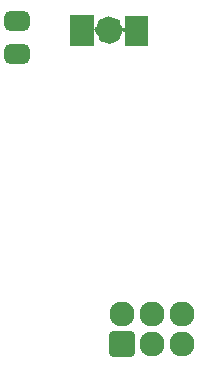
<source format=gbr>
%TF.GenerationSoftware,KiCad,Pcbnew,(6.0.7)*%
%TF.CreationDate,2022-09-06T20:50:32-05:00*%
%TF.ProjectId,Soldering Crew Badge,536f6c64-6572-4696-9e67-204372657720,rev?*%
%TF.SameCoordinates,Original*%
%TF.FileFunction,Soldermask,Bot*%
%TF.FilePolarity,Negative*%
%FSLAX46Y46*%
G04 Gerber Fmt 4.6, Leading zero omitted, Abs format (unit mm)*
G04 Created by KiCad (PCBNEW (6.0.7)) date 2022-09-06 20:50:32*
%MOMM*%
%LPD*%
G01*
G04 APERTURE LIST*
G04 Aperture macros list*
%AMRoundRect*
0 Rectangle with rounded corners*
0 $1 Rounding radius*
0 $2 $3 $4 $5 $6 $7 $8 $9 X,Y pos of 4 corners*
0 Add a 4 corners polygon primitive as box body*
4,1,4,$2,$3,$4,$5,$6,$7,$8,$9,$2,$3,0*
0 Add four circle primitives for the rounded corners*
1,1,$1+$1,$2,$3*
1,1,$1+$1,$4,$5*
1,1,$1+$1,$6,$7*
1,1,$1+$1,$8,$9*
0 Add four rect primitives between the rounded corners*
20,1,$1+$1,$2,$3,$4,$5,0*
20,1,$1+$1,$4,$5,$6,$7,0*
20,1,$1+$1,$6,$7,$8,$9,0*
20,1,$1+$1,$8,$9,$2,$3,0*%
G04 Aperture macros list end*
%ADD10C,1.152495*%
%ADD11C,0.100000*%
%ADD12C,0.010000*%
%ADD13R,1.930400X2.438400*%
%ADD14R,1.955800X2.463800*%
%ADD15O,2.127200X2.127200*%
%ADD16RoundRect,0.200000X-0.863600X0.863600X-0.863600X-0.863600X0.863600X-0.863600X0.863600X0.863600X0*%
%ADD17C,2.127200*%
%ADD18RoundRect,0.450000X-0.625000X0.375000X-0.625000X-0.375000X0.625000X-0.375000X0.625000X0.375000X0*%
G04 APERTURE END LIST*
%TO.C,D1*%
D10*
X152138047Y-98704400D02*
G75*
G03*
X152138047Y-98704400I-576247J0D01*
G01*
G36*
X150241000Y-99949000D02*
G01*
X148259800Y-99949000D01*
X148259800Y-97459800D01*
X150241000Y-97459800D01*
X150241000Y-99949000D01*
G37*
D11*
X150241000Y-99949000D02*
X148259800Y-99949000D01*
X148259800Y-97459800D01*
X150241000Y-97459800D01*
X150241000Y-99949000D01*
G36*
X154813000Y-99923600D02*
G01*
X152882600Y-99923600D01*
X152882600Y-97485200D01*
X154813000Y-97485200D01*
X154813000Y-99923600D01*
G37*
X154813000Y-99923600D02*
X152882600Y-99923600D01*
X152882600Y-97485200D01*
X154813000Y-97485200D01*
X154813000Y-99923600D01*
%TO.C,G\u002A\u002A\u002A*%
G36*
X152333810Y-97810429D02*
G01*
X152351986Y-97819167D01*
X152364344Y-97837209D01*
X152373952Y-97877170D01*
X152381407Y-97944258D01*
X152387304Y-98043680D01*
X152391862Y-98168093D01*
X152401892Y-98498127D01*
X152668934Y-98497453D01*
X152792019Y-98495747D01*
X152879264Y-98490910D01*
X152937090Y-98482279D01*
X152971918Y-98469194D01*
X152977063Y-98465703D01*
X153048713Y-98434482D01*
X153123534Y-98438027D01*
X153191197Y-98470981D01*
X153241374Y-98527987D01*
X153263734Y-98603689D01*
X153264059Y-98614543D01*
X153246041Y-98692267D01*
X153198874Y-98751987D01*
X153132887Y-98788346D01*
X153058409Y-98795987D01*
X152985769Y-98769554D01*
X152977063Y-98763383D01*
X152946372Y-98749243D01*
X152894073Y-98739702D01*
X152813744Y-98734098D01*
X152698964Y-98731770D01*
X152668977Y-98731633D01*
X152401978Y-98730960D01*
X152390991Y-99043168D01*
X152386086Y-99156463D01*
X152380034Y-99256668D01*
X152373484Y-99335195D01*
X152367081Y-99383458D01*
X152364684Y-99392418D01*
X152331717Y-99422152D01*
X152293419Y-99429136D01*
X152247020Y-99426209D01*
X152214227Y-99413773D01*
X152192282Y-99385397D01*
X152178430Y-99334656D01*
X152169916Y-99255121D01*
X152163983Y-99140365D01*
X152163392Y-99125867D01*
X152152809Y-98862997D01*
X151856476Y-99083880D01*
X151706976Y-99194718D01*
X151587081Y-99281703D01*
X151492887Y-99346855D01*
X151420491Y-99392195D01*
X151365991Y-99419742D01*
X151325483Y-99431516D01*
X151295064Y-99429538D01*
X151270833Y-99415826D01*
X151252291Y-99396584D01*
X151240115Y-99365580D01*
X151231448Y-99303922D01*
X151225976Y-99207907D01*
X151223387Y-99073835D01*
X151223241Y-99052625D01*
X151221476Y-98741543D01*
X150940189Y-98735631D01*
X150818334Y-98734071D01*
X150731430Y-98735743D01*
X150672179Y-98741237D01*
X150633281Y-98751142D01*
X150612688Y-98762090D01*
X150536399Y-98793528D01*
X150459103Y-98789795D01*
X150390875Y-98756004D01*
X150341794Y-98697268D01*
X150321937Y-98618700D01*
X150321892Y-98614543D01*
X150339910Y-98536819D01*
X150387077Y-98477099D01*
X150453064Y-98440740D01*
X150527542Y-98433099D01*
X150600182Y-98459533D01*
X150608888Y-98465703D01*
X150638719Y-98479545D01*
X150689477Y-98488983D01*
X150767537Y-98494652D01*
X150879276Y-98497189D01*
X150927223Y-98497453D01*
X151204471Y-98498127D01*
X151219113Y-98188233D01*
X151225727Y-98075117D01*
X151233953Y-97974852D01*
X151242901Y-97896145D01*
X151251682Y-97847702D01*
X151254819Y-97838983D01*
X151293738Y-97805933D01*
X151353337Y-97804951D01*
X151426703Y-97835999D01*
X151433142Y-97839980D01*
X151469942Y-97865130D01*
X151534059Y-97910877D01*
X151618920Y-97972453D01*
X151717952Y-98045087D01*
X151824582Y-98124010D01*
X151824726Y-98124116D01*
X152152809Y-98368057D01*
X152163780Y-98110300D01*
X152169347Y-98008344D01*
X152176412Y-97920830D01*
X152184073Y-97857022D01*
X152191427Y-97826183D01*
X152191488Y-97826085D01*
X152225193Y-97806201D01*
X152279229Y-97800698D01*
X152333810Y-97810429D01*
G37*
D12*
X152333810Y-97810429D02*
X152351986Y-97819167D01*
X152364344Y-97837209D01*
X152373952Y-97877170D01*
X152381407Y-97944258D01*
X152387304Y-98043680D01*
X152391862Y-98168093D01*
X152401892Y-98498127D01*
X152668934Y-98497453D01*
X152792019Y-98495747D01*
X152879264Y-98490910D01*
X152937090Y-98482279D01*
X152971918Y-98469194D01*
X152977063Y-98465703D01*
X153048713Y-98434482D01*
X153123534Y-98438027D01*
X153191197Y-98470981D01*
X153241374Y-98527987D01*
X153263734Y-98603689D01*
X153264059Y-98614543D01*
X153246041Y-98692267D01*
X153198874Y-98751987D01*
X153132887Y-98788346D01*
X153058409Y-98795987D01*
X152985769Y-98769554D01*
X152977063Y-98763383D01*
X152946372Y-98749243D01*
X152894073Y-98739702D01*
X152813744Y-98734098D01*
X152698964Y-98731770D01*
X152668977Y-98731633D01*
X152401978Y-98730960D01*
X152390991Y-99043168D01*
X152386086Y-99156463D01*
X152380034Y-99256668D01*
X152373484Y-99335195D01*
X152367081Y-99383458D01*
X152364684Y-99392418D01*
X152331717Y-99422152D01*
X152293419Y-99429136D01*
X152247020Y-99426209D01*
X152214227Y-99413773D01*
X152192282Y-99385397D01*
X152178430Y-99334656D01*
X152169916Y-99255121D01*
X152163983Y-99140365D01*
X152163392Y-99125867D01*
X152152809Y-98862997D01*
X151856476Y-99083880D01*
X151706976Y-99194718D01*
X151587081Y-99281703D01*
X151492887Y-99346855D01*
X151420491Y-99392195D01*
X151365991Y-99419742D01*
X151325483Y-99431516D01*
X151295064Y-99429538D01*
X151270833Y-99415826D01*
X151252291Y-99396584D01*
X151240115Y-99365580D01*
X151231448Y-99303922D01*
X151225976Y-99207907D01*
X151223387Y-99073835D01*
X151223241Y-99052625D01*
X151221476Y-98741543D01*
X150940189Y-98735631D01*
X150818334Y-98734071D01*
X150731430Y-98735743D01*
X150672179Y-98741237D01*
X150633281Y-98751142D01*
X150612688Y-98762090D01*
X150536399Y-98793528D01*
X150459103Y-98789795D01*
X150390875Y-98756004D01*
X150341794Y-98697268D01*
X150321937Y-98618700D01*
X150321892Y-98614543D01*
X150339910Y-98536819D01*
X150387077Y-98477099D01*
X150453064Y-98440740D01*
X150527542Y-98433099D01*
X150600182Y-98459533D01*
X150608888Y-98465703D01*
X150638719Y-98479545D01*
X150689477Y-98488983D01*
X150767537Y-98494652D01*
X150879276Y-98497189D01*
X150927223Y-98497453D01*
X151204471Y-98498127D01*
X151219113Y-98188233D01*
X151225727Y-98075117D01*
X151233953Y-97974852D01*
X151242901Y-97896145D01*
X151251682Y-97847702D01*
X151254819Y-97838983D01*
X151293738Y-97805933D01*
X151353337Y-97804951D01*
X151426703Y-97835999D01*
X151433142Y-97839980D01*
X151469942Y-97865130D01*
X151534059Y-97910877D01*
X151618920Y-97972453D01*
X151717952Y-98045087D01*
X151824582Y-98124010D01*
X151824726Y-98124116D01*
X152152809Y-98368057D01*
X152163780Y-98110300D01*
X152169347Y-98008344D01*
X152176412Y-97920830D01*
X152184073Y-97857022D01*
X152191427Y-97826183D01*
X152191488Y-97826085D01*
X152225193Y-97806201D01*
X152279229Y-97800698D01*
X152333810Y-97810429D01*
%TD*%
D13*
%TO.C,D1*%
X153847800Y-98704400D03*
D14*
X149275800Y-98704400D03*
%TD*%
D15*
%TO.C,X1*%
X152701300Y-122714700D03*
D16*
X152701300Y-125254700D03*
D15*
X155241300Y-122714700D03*
X155241300Y-125254700D03*
D17*
X157781300Y-122714700D03*
X157781300Y-125254700D03*
%TD*%
D18*
%TO.C,R1*%
X143814800Y-97939400D03*
X143814800Y-100739400D03*
%TD*%
M02*

</source>
